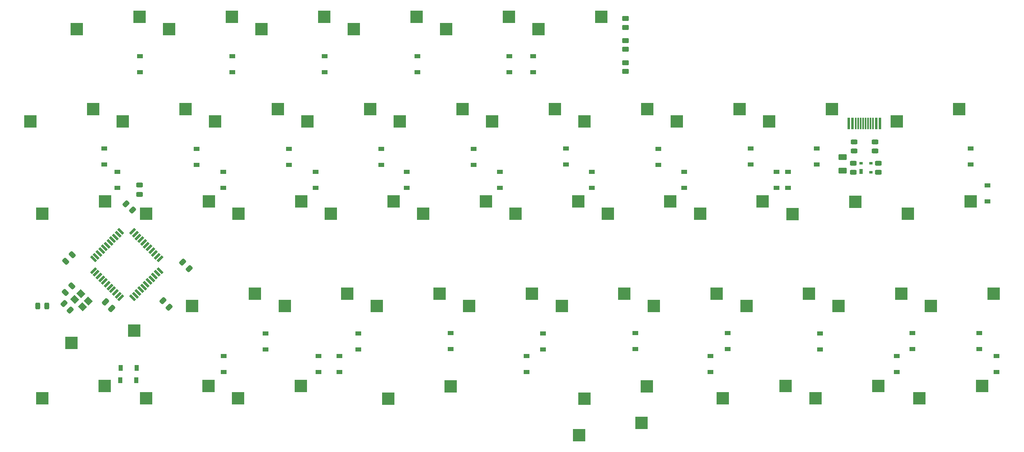
<source format=gbr>
G04 #@! TF.GenerationSoftware,KiCad,Pcbnew,(6.0.1-0)*
G04 #@! TF.CreationDate,2022-03-05T23:32:24-07:00*
G04 #@! TF.ProjectId,qazivan_m,71617a69-7661-46e5-9f6d-2e6b69636164,rev?*
G04 #@! TF.SameCoordinates,Original*
G04 #@! TF.FileFunction,Paste,Bot*
G04 #@! TF.FilePolarity,Positive*
%FSLAX46Y46*%
G04 Gerber Fmt 4.6, Leading zero omitted, Abs format (unit mm)*
G04 Created by KiCad (PCBNEW (6.0.1-0)) date 2022-03-05 23:32:24*
%MOMM*%
%LPD*%
G01*
G04 APERTURE LIST*
G04 Aperture macros list*
%AMRoundRect*
0 Rectangle with rounded corners*
0 $1 Rounding radius*
0 $2 $3 $4 $5 $6 $7 $8 $9 X,Y pos of 4 corners*
0 Add a 4 corners polygon primitive as box body*
4,1,4,$2,$3,$4,$5,$6,$7,$8,$9,$2,$3,0*
0 Add four circle primitives for the rounded corners*
1,1,$1+$1,$2,$3*
1,1,$1+$1,$4,$5*
1,1,$1+$1,$6,$7*
1,1,$1+$1,$8,$9*
0 Add four rect primitives between the rounded corners*
20,1,$1+$1,$2,$3,$4,$5,0*
20,1,$1+$1,$4,$5,$6,$7,0*
20,1,$1+$1,$6,$7,$8,$9,0*
20,1,$1+$1,$8,$9,$2,$3,0*%
%AMRotRect*
0 Rectangle, with rotation*
0 The origin of the aperture is its center*
0 $1 length*
0 $2 width*
0 $3 Rotation angle, in degrees counterclockwise*
0 Add horizontal line*
21,1,$1,$2,0,0,$3*%
G04 Aperture macros list end*
%ADD10R,2.550000X2.500000*%
%ADD11R,1.200000X0.900000*%
%ADD12R,0.900000X1.200000*%
%ADD13RoundRect,0.243750X0.243750X0.456250X-0.243750X0.456250X-0.243750X-0.456250X0.243750X-0.456250X0*%
%ADD14RotRect,1.400000X1.200000X315.000000*%
%ADD15RoundRect,0.243750X-0.494975X-0.150260X-0.150260X-0.494975X0.494975X0.150260X0.150260X0.494975X0*%
%ADD16RoundRect,0.243750X0.494975X0.150260X0.150260X0.494975X-0.494975X-0.150260X-0.150260X-0.494975X0*%
%ADD17RoundRect,0.243750X-0.456250X0.243750X-0.456250X-0.243750X0.456250X-0.243750X0.456250X0.243750X0*%
%ADD18RotRect,1.500000X0.550000X135.000000*%
%ADD19RotRect,1.500000X0.550000X45.000000*%
%ADD20RoundRect,0.243750X-0.150260X0.494975X-0.494975X0.150260X0.150260X-0.494975X0.494975X-0.150260X0*%
%ADD21RoundRect,0.243750X0.456250X-0.243750X0.456250X0.243750X-0.456250X0.243750X-0.456250X-0.243750X0*%
%ADD22R,0.600000X2.450000*%
%ADD23R,0.300000X2.450000*%
%ADD24R,0.700000X1.000000*%
%ADD25R,0.700000X0.600000*%
%ADD26RoundRect,0.250000X0.625000X-0.375000X0.625000X0.375000X-0.625000X0.375000X-0.625000X-0.375000X0*%
%ADD27RoundRect,0.250000X0.512652X0.159099X0.159099X0.512652X-0.512652X-0.159099X-0.159099X-0.512652X0*%
%ADD28RoundRect,0.250000X-0.450000X0.262500X-0.450000X-0.262500X0.450000X-0.262500X0.450000X0.262500X0*%
G04 APERTURE END LIST*
D10*
X37790000Y-58985000D03*
X50717000Y-56445000D03*
X56836640Y-58985000D03*
X69763640Y-56445000D03*
X75890000Y-58985000D03*
X88817000Y-56445000D03*
X94940000Y-58985000D03*
X107867000Y-56445000D03*
X113965000Y-58985000D03*
X126892000Y-56445000D03*
X133015000Y-58985000D03*
X145942000Y-56445000D03*
X152090000Y-58985000D03*
X165017000Y-56445000D03*
X171140000Y-58985000D03*
X184067000Y-56445000D03*
X190190000Y-58985000D03*
X203117000Y-56445000D03*
X216450607Y-58985000D03*
X229377607Y-56445000D03*
X61615000Y-78035000D03*
X74542000Y-75495000D03*
X80690000Y-77985000D03*
X93617000Y-75445000D03*
X99715000Y-78035000D03*
X112642000Y-75495000D03*
X118765000Y-77985000D03*
X131692000Y-75445000D03*
X175890000Y-78035000D03*
X188817000Y-75495000D03*
X194965000Y-78060000D03*
X207892000Y-75520000D03*
X218775000Y-78035000D03*
X231702000Y-75495000D03*
X59135000Y-102140000D03*
X46208000Y-104680000D03*
X71140000Y-97085000D03*
X84067000Y-94545000D03*
X90215000Y-97060000D03*
X103142000Y-94520000D03*
X109240000Y-97053400D03*
X122167000Y-94513400D03*
X128290000Y-97060000D03*
X141217000Y-94520000D03*
X147365000Y-97060000D03*
X160292000Y-94520000D03*
X166390000Y-97060000D03*
X179317000Y-94520000D03*
X185465000Y-97085000D03*
X198392000Y-94545000D03*
X223533796Y-97060000D03*
X236460796Y-94520000D03*
X40187474Y-116110000D03*
X53114474Y-113570000D03*
X61585000Y-116110000D03*
X74512000Y-113570000D03*
X221169332Y-116110000D03*
X234096332Y-113570000D03*
X137815000Y-78010000D03*
X150742000Y-75470000D03*
X40190000Y-78035000D03*
X53117000Y-75495000D03*
X156840000Y-78035000D03*
X169767000Y-75495000D03*
X163833632Y-121189450D03*
X150906632Y-123729450D03*
X80615000Y-116110000D03*
X93542000Y-113570000D03*
X111556906Y-116185000D03*
X124483906Y-113645000D03*
X199715000Y-116110000D03*
X212642000Y-113570000D03*
X180569290Y-116135000D03*
X193496290Y-113595000D03*
X152011144Y-116160000D03*
X164938144Y-113620000D03*
X142605000Y-39920000D03*
X155532000Y-37380000D03*
X47345000Y-39920000D03*
X60272000Y-37380000D03*
X66395000Y-39920000D03*
X79322000Y-37380000D03*
X123555000Y-39920000D03*
X136482000Y-37380000D03*
X104505000Y-39920000D03*
X117432000Y-37380000D03*
X204495000Y-97060000D03*
X217422000Y-94520000D03*
X85445000Y-39920000D03*
X98372000Y-37380000D03*
D11*
X52975000Y-67875000D03*
X52975000Y-64575000D03*
X72069960Y-67898280D03*
X72069960Y-64598280D03*
X91094560Y-67898280D03*
X91094560Y-64598280D03*
X110149640Y-67898280D03*
X110149640Y-64598280D03*
X129204720Y-67898280D03*
X129204720Y-64598280D03*
X167294560Y-67908440D03*
X167294560Y-64608440D03*
X186350000Y-67875000D03*
X186350000Y-64575000D03*
X199975000Y-67825000D03*
X199975000Y-64525000D03*
X231680000Y-67820000D03*
X231680000Y-64520000D03*
X194078521Y-69350000D03*
X194078521Y-72650000D03*
X235210000Y-72190000D03*
X235210000Y-75490000D03*
X86273640Y-105993200D03*
X86273640Y-102693200D03*
X105404920Y-105993200D03*
X105404920Y-102693200D03*
X124409200Y-105947480D03*
X124409200Y-102647480D03*
X143510000Y-105993200D03*
X143510000Y-102693200D03*
X162544760Y-105967800D03*
X162544760Y-102667800D03*
X200619360Y-106028760D03*
X200619360Y-102728760D03*
X233529879Y-105920000D03*
X233529879Y-102620000D03*
D12*
X59620000Y-112390000D03*
X56320000Y-112390000D03*
D11*
X77600000Y-107350000D03*
X77600000Y-110650000D03*
X140075819Y-107350000D03*
X140075819Y-110650000D03*
X237020000Y-107350000D03*
X237020000Y-110650000D03*
D13*
X41137500Y-97100000D03*
X39262500Y-97100000D03*
D14*
X48133223Y-94511142D03*
X49688858Y-96066777D03*
X48486777Y-97268858D03*
X46931142Y-95713223D03*
D11*
X181575000Y-105975000D03*
X181575000Y-102675000D03*
D15*
X65077087Y-95967087D03*
X66402913Y-97292913D03*
D16*
X70492913Y-89342913D03*
X69167087Y-88017087D03*
D17*
X60290000Y-72120747D03*
X60290000Y-73995747D03*
D16*
X45982913Y-97872913D03*
X44657087Y-96547087D03*
D11*
X97210000Y-107350000D03*
X97210000Y-110650000D03*
X216520000Y-107350000D03*
X216520000Y-110650000D03*
X101487115Y-107350000D03*
X101487115Y-110650000D03*
D18*
X64478461Y-89743245D03*
X63912775Y-90308930D03*
X63347090Y-90874615D03*
X62781405Y-91440301D03*
X62215719Y-92005986D03*
X61650034Y-92571672D03*
X61084348Y-93137357D03*
X60518663Y-93703043D03*
X59952977Y-94268728D03*
X59387292Y-94834413D03*
X58821607Y-95400099D03*
D19*
X56417443Y-95400099D03*
X55851758Y-94834413D03*
X55286073Y-94268728D03*
X54720387Y-93703043D03*
X54154702Y-93137357D03*
X53589016Y-92571672D03*
X53023331Y-92005986D03*
X52457645Y-91440301D03*
X51891960Y-90874615D03*
X51326275Y-90308930D03*
X50760589Y-89743245D03*
D18*
X50760589Y-87339081D03*
X51326275Y-86773396D03*
X51891960Y-86207711D03*
X52457645Y-85642025D03*
X53023331Y-85076340D03*
X53589016Y-84510654D03*
X54154702Y-83944969D03*
X54720387Y-83379283D03*
X55286073Y-82813598D03*
X55851758Y-82247913D03*
X56417443Y-81682227D03*
D19*
X58821607Y-81682227D03*
X59387292Y-82247913D03*
X59952977Y-82813598D03*
X60518663Y-83379283D03*
X61084348Y-83944969D03*
X61650034Y-84510654D03*
X62215719Y-85076340D03*
X62781405Y-85642025D03*
X63347090Y-86207711D03*
X63912775Y-86773396D03*
X64478461Y-87339081D03*
D16*
X58802913Y-77282913D03*
X57477087Y-75957087D03*
D20*
X46362913Y-86477087D03*
X45037087Y-87802913D03*
D11*
X178039791Y-107350000D03*
X178039791Y-110650000D03*
X148260000Y-67870000D03*
X148260000Y-64570000D03*
D21*
X207703412Y-65046820D03*
X207703412Y-63171820D03*
X207479892Y-69456260D03*
X207479892Y-67581260D03*
X212676732Y-69466420D03*
X212676732Y-67591420D03*
X211973652Y-65046820D03*
X211973652Y-63171820D03*
D22*
X206561729Y-59370000D03*
X207336729Y-59370000D03*
D23*
X208036729Y-59370000D03*
X208536729Y-59370000D03*
X209036729Y-59370000D03*
X209536729Y-59370000D03*
X210036729Y-59370000D03*
X210536729Y-59370000D03*
X211036729Y-59370000D03*
X211536729Y-59370000D03*
D22*
X212236729Y-59370000D03*
X213011729Y-59370000D03*
D24*
X209126572Y-69278920D03*
D25*
X209126572Y-67578920D03*
X211126572Y-67578920D03*
X211126572Y-69478920D03*
D11*
X55700000Y-69350000D03*
X55700000Y-72650000D03*
X77519327Y-69350000D03*
X77519327Y-72650000D03*
X96593177Y-69350000D03*
X96593177Y-72650000D03*
X115422227Y-69350000D03*
X115422227Y-72650000D03*
X134595938Y-69350000D03*
X134595938Y-72650000D03*
X153539344Y-69350000D03*
X153539344Y-72650000D03*
X172656675Y-69350000D03*
X172656675Y-72650000D03*
X191643562Y-69350000D03*
X191643562Y-72650000D03*
D26*
X205298652Y-69091000D03*
X205298652Y-66291000D03*
D12*
X59640000Y-109880000D03*
X56340000Y-109880000D03*
D20*
X46262913Y-92917087D03*
X44937087Y-94242913D03*
D27*
X54551751Y-97581751D03*
X53208249Y-96238249D03*
D11*
X98480000Y-48770000D03*
X98480000Y-45470000D03*
X219710000Y-105920000D03*
X219710000Y-102620000D03*
X60330000Y-48770000D03*
X60330000Y-45470000D03*
D28*
X160490000Y-42260234D03*
X160490000Y-44085234D03*
D11*
X117550000Y-48770000D03*
X117550000Y-45470000D03*
X79410000Y-48770000D03*
X79410000Y-45470000D03*
X136550000Y-48770000D03*
X136550000Y-45470000D03*
D28*
X160490000Y-37741093D03*
X160490000Y-39566093D03*
X160520000Y-46841999D03*
X160520000Y-48666999D03*
D11*
X141498473Y-48770000D03*
X141498473Y-45470000D03*
M02*

</source>
